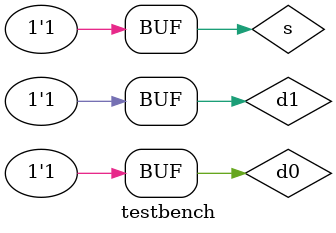
<source format=v>

`include "mux.v"

module testbench;

reg s, d0, d1;
wire y;

mux m1(y, s, d0, d1);

initial begin
    $monitor($time, " s = %d, d0 = %d, d1 = %d, y = %d", s, d0, d1, y);
end

initial begin
    s = 0; d0 = 0; d1 = 0;
    #10 s = 0; d0 = 0; d1 = 1;
    #10 s = 0; d0 = 1; d1 = 0;
    #10 s = 0; d0 = 1; d1 = 1;
    #10 s = 1; d0 = 0; d1 = 0;
    #10 s = 1; d0 = 0; d1 = 1;
    #10 s = 1; d0 = 1; d1 = 0;
    #10 s = 1; d0 = 1; d1 = 1;
end

endmodule
</source>
